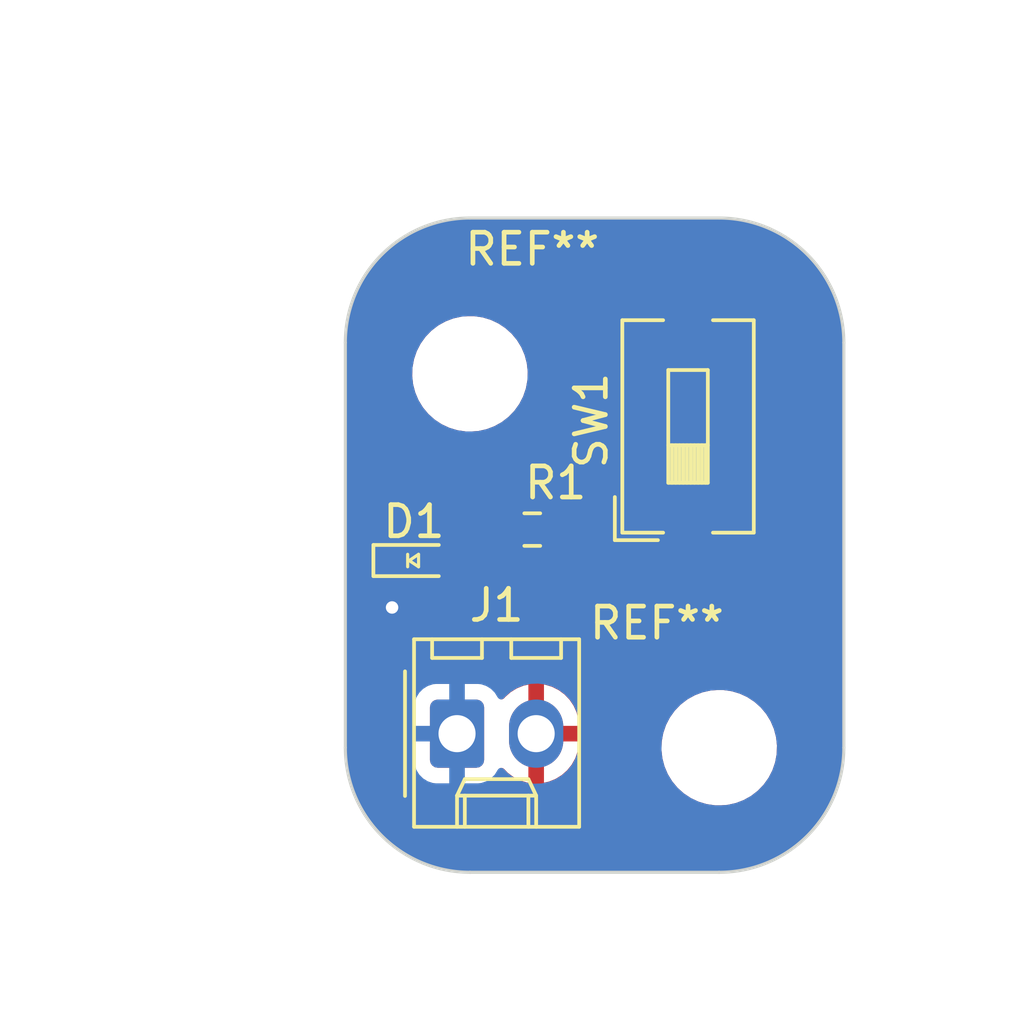
<source format=kicad_pcb>
(kicad_pcb (version 20221018) (generator pcbnew)
  (title_block (title "proj1_LED") (date "2023-09-07") (rev "1.0") (company "Illini Solar Car") (comment 1 "Designed By: Eric Ho"))
  (layers (0 "F.Cu" signal) (31 "B.Cu" signal) (34 "B.Paste" user) (35 "F.Paste" user) (36 "B.SilkS" user "B.Silkscreen") (37 "F.SilkS" user "F.Silkscreen") (38 "B.Mask" user) (39 "F.Mask" user) (44 "Edge.Cuts" user))
  (net 0 "")
  (net 1 "GND")
  (net 2 "Net-(D1-A)")
  (net 3 "+3V3")
  (net 4 "Net-(R1-Pad1)")
  (footprint "MountingHole:MountingHole_3.2mm_M3" (layer "F.Cu") (at 117 83)
    (fp_text reference "REF**" (at -2 -4) (layer "F.SilkS"))
    (fp_text value "MountingHole_3.2mm_M3")
    (pad "" np_thru_hole circle (at 0 0) (size 3.2 3.2) (drill 3.2) (layers "*.Cu" "*.Mask"))
  )
  (footprint "MountingHole:MountingHole_3.2mm_M3" (layer "F.Cu") (at 109 71)
    (fp_text reference "REF**" (at 2 -4) (layer "F.SilkS"))
    (fp_text value "MountingHole_3.2mm_M3")
    (pad "" np_thru_hole circle (at 0 0) (size 3.2 3.2) (drill 3.2) (layers "*.Cu" "*.Mask"))
  )
  (footprint "Resistor_SMD:R_0603_1608Metric_Pad0.98x0.95mm_HandSolder" (layer "F.Cu") (at 111 76 180)
    (fp_text reference "R1" (at -0.75 1.5) (layer "F.SilkS"))
    (fp_text value "105")
    (fp_line (start -0.254724 -0.5225) (end 0.254724 -0.5225) (stroke (width 0.12)) (layer "F.SilkS"))
    (fp_line (start -0.254724 0.5225) (end 0.254724 0.5225) (stroke (width 0.12)) (layer "F.SilkS"))
    (pad "1" smd roundrect (at -0.9125 0 180) (size 0.975 0.95) (layers "F.Cu" "F.Paste" "F.Mask") (net 4 "Net-(R1-Pad1)"))
    (pad "2" smd roundrect (at 0.9125 0 180) (size 0.975 0.95) (layers "F.Cu" "F.Paste" "F.Mask") (net 2 "Net-(D1-A)"))
  )
  (footprint "layout:LED_0603_Symbol_on_F.SilkS" (layer "F.Cu") (at 107.2 76.99375)
    (fp_text reference "D1" (at 0 -1.25) (layer "F.SilkS"))
    (fp_text value "LED_RED")
    (fp_line (start -1.3 -0.5) (end -1.3 0.5) (stroke (width 0.12)) (layer "F.SilkS"))
    (fp_line (start -1.3 -0.5) (end 0.8 -0.5) (stroke (width 0.12)) (layer "F.SilkS"))
    (fp_line (start -1.3 0.5) (end 0.8 0.5) (stroke (width 0.12)) (layer "F.SilkS"))
    (fp_line (start -0.2 -0.2) (end -0.2 0.2) (stroke (width 0.1)) (layer "F.SilkS"))
    (fp_line (start -0.15 0) (end 0.15 -0.2) (stroke (width 0.1)) (layer "F.SilkS"))
    (fp_line (start 0.15 -0.2) (end 0.15 0.2) (stroke (width 0.1)) (layer "F.SilkS"))
    (fp_line (start 0.15 0.2) (end -0.15 0) (stroke (width 0.1)) (layer "F.SilkS"))
    (pad "1" smd rect (at -0.8 0 180) (size 0.8 0.8) (layers "F.Cu" "F.Paste" "F.Mask") (net 1 "GND"))
    (pad "2" smd rect (at 0.8 0 180) (size 0.8 0.8) (layers "F.Cu" "F.Paste" "F.Mask") (net 2 "Net-(D1-A)"))
  )
  (footprint "Button_Switch_SMD:SW_DIP_SPSTx01_Slide_6.7x4.1mm_W8.61mm_P2.54mm_LowProfile" (layer "F.Cu") (at 116 72.68875 90)
    (fp_text reference "SW1" (at 0.18875 -3.11 90) (layer "F.SilkS"))
    (fp_text value "SW_Push")
    (fp_line (start -3.65 -2.35) (end -3.65 -0.967) (stroke (width 0.12)) (layer "F.SilkS"))
    (fp_line (start -3.65 -2.35) (end -2.267 -2.35) (stroke (width 0.12)) (layer "F.SilkS"))
    (fp_line (start -3.41 -2.11) (end -3.41 -0.8) (stroke (width 0.12)) (layer "F.SilkS"))
    (fp_line (start -3.41 -2.11) (end 3.41 -2.11) (stroke (width 0.12)) (layer "F.SilkS"))
    (fp_line (start -3.41 0.8) (end -3.41 2.11) (stroke (width 0.12)) (layer "F.SilkS"))
    (fp_line (start -3.41 2.11) (end 3.41 2.11) (stroke (width 0.12)) (layer "F.SilkS"))
    (fp_line (start -1.81 -0.635) (end -1.81 0.635) (stroke (width 0.12)) (layer "F.SilkS"))
    (fp_line (start -1.81 -0.515) (end -0.603333 -0.515) (stroke (width 0.12)) (layer "F.SilkS"))
    (fp_line (start -1.81 -0.395) (end -0.603333 -0.395) (stroke (width 0.12)) (layer "F.SilkS"))
    (fp_line (start -1.81 -0.275) (end -0.603333 -0.275) (stroke (width 0.12)) (layer "F.SilkS"))
    (fp_line (start -1.81 -0.155) (end -0.603333 -0.155) (stroke (width 0.12)) (layer "F.SilkS"))
    (fp_line (start -1.81 -0.035) (end -0.603333 -0.035) (stroke (width 0.12)) (layer "F.SilkS"))
    (fp_line (start -1.81 0.085) (end -0.603333 0.085) (stroke (width 0.12)) (layer "F.SilkS"))
    (fp_line (start -1.81 0.205) (end -0.603333 0.205) (stroke (width 0.12)) (layer "F.SilkS"))
    (fp_line (start -1.81 0.325) (end -0.603333 0.325) (stroke (width 0.12)) (layer "F.SilkS"))
    (fp_line (start -1.81 0.445) (end -0.603333 0.445) (stroke (width 0.12)) (layer "F.SilkS"))
    (fp_line (start -1.81 0.565) (end -0.603333 0.565) (stroke (width 0.12)) (layer "F.SilkS"))
    (fp_line (start -1.81 0.635) (end 1.81 0.635) (stroke (width 0.12)) (layer "F.SilkS"))
    (fp_line (start -0.603333 -0.635) (end -0.603333 0.635) (stroke (width 0.12)) (layer "F.SilkS"))
    (fp_line (start 1.81 -0.635) (end -1.81 -0.635) (stroke (width 0.12)) (layer "F.SilkS"))
    (fp_line (start 1.81 0.635) (end 1.81 -0.635) (stroke (width 0.12)) (layer "F.SilkS"))
    (fp_line (start 3.41 -2.11) (end 3.41 -0.8) (stroke (width 0.12)) (layer "F.SilkS"))
    (fp_line (start 3.41 0.8) (end 3.41 2.11) (stroke (width 0.12)) (layer "F.SilkS"))
    (pad "1" smd rect (at -4.305 0 90) (size 2.44 1.12) (layers "F.Cu" "F.Paste" "F.Mask") (net 3 "+3V3"))
    (pad "2" smd rect (at 4.305 0 90) (size 2.44 1.12) (layers "F.Cu" "F.Paste" "F.Mask") (net 4 "Net-(R1-Pad1)"))
  )
  (footprint "Connector_Molex:Molex_KK-254_AE-6410-02A_1x02_P2.54mm_Vertical" (layer "F.Cu") (at 108.585 82.55)
    (fp_text reference "J1" (at 1.27 -4.12) (layer "F.SilkS"))
    (fp_text value "Conn_01x02")
    (fp_line (start -1.67 -2) (end -1.67 2) (stroke (width 0.12)) (layer "F.SilkS"))
    (fp_line (start -1.38 -3.03) (end -1.38 2.99) (stroke (width 0.12)) (layer "F.SilkS"))
    (fp_line (start -1.38 2.99) (end 3.92 2.99) (stroke (width 0.12)) (layer "F.SilkS"))
    (fp_line (start -0.8 -3.03) (end -0.8 -2.43) (stroke (width 0.12)) (layer "F.SilkS"))
    (fp_line (start -0.8 -2.43) (end 0.8 -2.43) (stroke (width 0.12)) (layer "F.SilkS"))
    (fp_line (start 0 1.99) (end 0.25 1.46) (stroke (width 0.12)) (layer "F.SilkS"))
    (fp_line (start 0 1.99) (end 2.54 1.99) (stroke (width 0.12)) (layer "F.SilkS"))
    (fp_line (start 0 2.99) (end 0 1.99) (stroke (width 0.12)) (layer "F.SilkS"))
    (fp_line (start 0.25 1.46) (end 2.29 1.46) (stroke (width 0.12)) (layer "F.SilkS"))
    (fp_line (start 0.25 2.99) (end 0.25 1.99) (stroke (width 0.12)) (layer "F.SilkS"))
    (fp_line (start 0.8 -2.43) (end 0.8 -3.03) (stroke (width 0.12)) (layer "F.SilkS"))
    (fp_line (start 1.74 -3.03) (end 1.74 -2.43) (stroke (width 0.12)) (layer "F.SilkS"))
    (fp_line (start 1.74 -2.43) (end 3.34 -2.43) (stroke (width 0.12)) (layer "F.SilkS"))
    (fp_line (start 2.29 1.46) (end 2.54 1.99) (stroke (width 0.12)) (layer "F.SilkS"))
    (fp_line (start 2.29 2.99) (end 2.29 1.99) (stroke (width 0.12)) (layer "F.SilkS"))
    (fp_line (start 2.54 1.99) (end 2.54 2.99) (stroke (width 0.12)) (layer "F.SilkS"))
    (fp_line (start 3.34 -2.43) (end 3.34 -3.03) (stroke (width 0.12)) (layer "F.SilkS"))
    (fp_line (start 3.92 -3.03) (end -1.38 -3.03) (stroke (width 0.12)) (layer "F.SilkS"))
    (fp_line (start 3.92 2.99) (end 3.92 -3.03) (stroke (width 0.12)) (layer "F.SilkS"))
    (pad "1" thru_hole roundrect (at 0 0) (size 1.74 2.19) (drill 1.19) (layers "*.Cu" "*.Mask") (roundrect_rratio 0.143678) (net 1 "GND"))
    (pad "2" thru_hole oval (at 2.54 0) (size 1.74 2.19) (drill 1.19) (layers "*.Cu" "*.Mask") (net 3 "+3V3"))
  )
  (gr_arc (start 121 83) (mid 119.828427 85.828427) (end 117 87) (stroke (width 0.1)) (layer "Edge.Cuts"))
  (gr_arc (start 105 70) (mid 106.171573 67.171573) (end 109 66) (stroke (width 0.1)) (layer "Edge.Cuts"))
  (gr_arc (start 117 66) (mid 119.828427 67.171573) (end 121 70) (stroke (width 0.1)) (layer "Edge.Cuts"))
  (gr_line (start 109 66) (end 117 66) (stroke (width 0.1)) (layer "Edge.Cuts"))
  (gr_line (start 109 87) (end 117 87) (stroke (width 0.1)) (layer "Edge.Cuts"))
  (gr_line (start 121 83) (end 121 70) (stroke (width 0.1)) (layer "Edge.Cuts"))
  (gr_line (start 105 70) (end 105 83) (stroke (width 0.1)) (layer "Edge.Cuts"))
  (gr_arc (start 109 87) (mid 106.171573 85.828427) (end 105 83) (stroke (width 0.1)) (layer "Edge.Cuts"))
  (segment (start 106.4 76.99375) (end 106.4 78.4) (width 0.25) (layer "F.Cu") (net 1))
  (segment (start 106.4 78.4) (end 106.5 78.5) (width 0.25) (layer "F.Cu") (net 1))
  (via (at 106.5 78.5) (size 0.8) (drill 0.4) (layers "F.Cu" "B.Cu") (net 1))
  (segment (start 109.75 76) (end 108.75625 76.99375) (width 0.25) (layer "F.Cu") (net 2))
  (segment (start 108.75625 76.99375) (end 108 76.99375) (width 0.25) (layer "F.Cu") (net 2))
  (segment (start 110.0875 76) (end 109.75 76) (width 0.25) (layer "F.Cu") (net 2))
  (segment (start 116 68.38375) (end 113.86625 68.38375) (width 0.25) (layer "F.Cu") (net 4))
  (segment (start 113 74.9125) (end 111.9125 76) (width 0.25) (layer "F.Cu") (net 4))
  (segment (start 113 69.25) (end 113 74.9125) (width 0.25) (layer "F.Cu") (net 4))
  (segment (start 113.86625 68.38375) (end 113 69.25) (width 0.25) (layer "F.Cu") (net 4))
  (zone (net 3) (net_name "+3V3") (layer "F.Cu") (connect_pads (clearance 0.508)) (min_thickness 0.25) (fill yes (thermal_gap 0.5) (thermal_bridge_width 0.5))
    (polygon (pts (xy 105 66) (xy 105 87) (xy 121 87) (xy 121 66)))
  )
  (zone (net 1) (net_name "GND") (layer "B.Cu") (priority 1) (connect_pads (clearance 0.508)) (min_thickness 0.25) (fill yes (thermal_gap 0.5) (thermal_bridge_width 0.5))
    (polygon (pts (xy 105 66) (xy 105 87) (xy 121 87) (xy 121 66)))
  )
)
</source>
